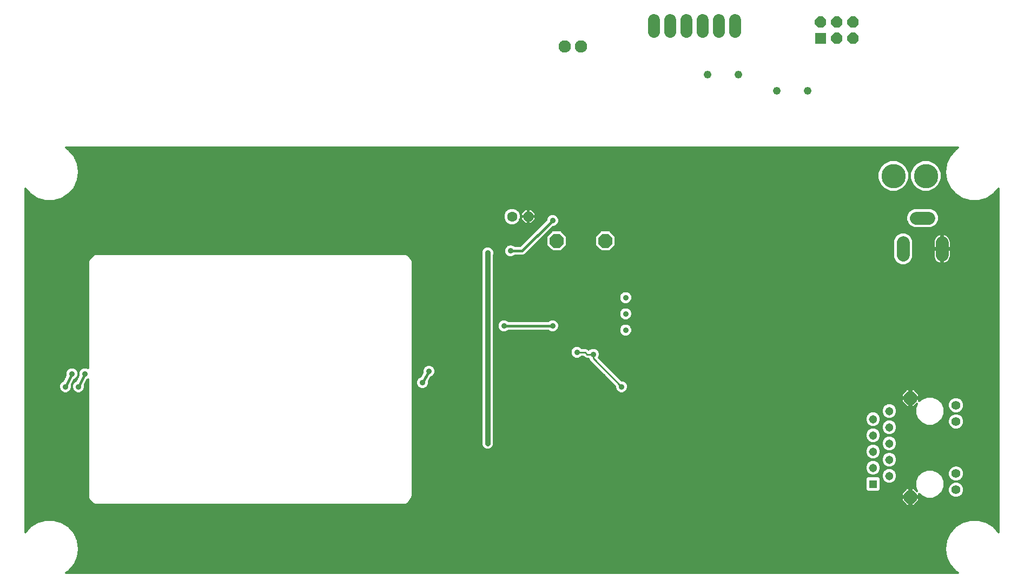
<source format=gbl>
G75*
G70*
%OFA0B0*%
%FSLAX24Y24*%
%IPPOS*%
%LPD*%
%AMOC8*
5,1,8,0,0,1.08239X$1,22.5*
%
%ADD10OC8,0.0630*%
%ADD11C,0.0630*%
%ADD12C,0.1500*%
%ADD13OC8,0.0850*%
%ADD14C,0.0787*%
%ADD15R,0.0514X0.0514*%
%ADD16C,0.0514*%
%ADD17C,0.0560*%
%ADD18OC8,0.0802*%
%ADD19C,0.0480*%
%ADD20R,0.0700X0.0700*%
%ADD21OC8,0.0700*%
%ADD22C,0.0740*%
%ADD23C,0.0760*%
%ADD24C,0.0357*%
%ADD25C,0.0120*%
%ADD26C,0.0160*%
%ADD27C,0.0100*%
%ADD28C,0.0320*%
D10*
X031910Y022660D03*
D11*
X030910Y022660D03*
D12*
X054410Y025160D03*
X056410Y025160D03*
D13*
X036660Y021160D03*
X033660Y021160D03*
D14*
X055010Y021054D02*
X055010Y020266D01*
X057410Y020266D02*
X057410Y021054D01*
X056604Y022560D02*
X055816Y022560D01*
D15*
X053160Y006160D03*
D16*
X053160Y007160D03*
X054160Y007660D03*
X054160Y008660D03*
X053160Y009160D03*
X054160Y009660D03*
X053160Y010160D03*
X054160Y010660D03*
X053160Y008160D03*
X054160Y006660D03*
D17*
X058266Y006802D03*
X058266Y005802D03*
X058266Y010018D03*
X058266Y011018D03*
D18*
X055459Y011459D03*
X055459Y005361D03*
D19*
X049110Y030410D03*
X047210Y030410D03*
X044860Y031410D03*
X042960Y031410D03*
D20*
X049910Y033660D03*
D21*
X049910Y034660D03*
X050910Y034660D03*
X051910Y034660D03*
X051910Y033660D03*
X050910Y033660D03*
D22*
X044660Y034040D02*
X044660Y034780D01*
X043660Y034780D02*
X043660Y034040D01*
X042660Y034040D02*
X042660Y034780D01*
X041660Y034780D02*
X041660Y034040D01*
X040660Y034040D02*
X040660Y034780D01*
X039660Y034780D02*
X039660Y034040D01*
D23*
X035160Y033160D03*
X034160Y033160D03*
D24*
X033410Y022410D03*
X030816Y020535D03*
X029410Y020410D03*
X030410Y015910D03*
X033410Y015910D03*
X034910Y014285D03*
X035910Y014160D03*
X037910Y015660D03*
X037910Y016660D03*
X037910Y017660D03*
X037660Y012160D03*
X026532Y012641D03*
X025788Y013110D03*
X025388Y012410D03*
X024988Y013660D03*
X004588Y012960D03*
X003788Y012960D03*
X004188Y012160D03*
X003388Y012160D03*
D25*
X003602Y000785D02*
X003424Y000670D01*
X058396Y000670D01*
X058218Y000785D01*
X058218Y000785D01*
X057879Y001176D01*
X057879Y001176D01*
X057664Y001647D01*
X057664Y001647D01*
X057590Y002160D01*
X057590Y002160D01*
X057664Y002673D01*
X004156Y002673D01*
X003941Y003144D01*
X003602Y003535D01*
X003166Y003816D01*
X002669Y003961D01*
X002151Y003961D01*
X001654Y003816D01*
X001218Y003535D01*
X000920Y003191D01*
X000920Y024379D01*
X001218Y024035D01*
X001654Y023754D01*
X002151Y023609D01*
X002669Y023609D01*
X003166Y023754D01*
X003602Y024035D01*
X003941Y024426D01*
X004156Y024897D01*
X004156Y024897D01*
X004230Y025410D01*
X004156Y025923D01*
X003941Y026394D01*
X003602Y026785D01*
X003424Y026900D01*
X058396Y026900D01*
X058218Y026785D01*
X057879Y026394D01*
X057879Y026394D01*
X057664Y025923D01*
X057590Y025410D01*
X057590Y025410D01*
X057664Y024897D01*
X057879Y024426D01*
X058218Y024035D01*
X058654Y023754D01*
X059151Y023609D01*
X059669Y023609D01*
X060166Y023754D01*
X060602Y024035D01*
X060900Y024379D01*
X060900Y003191D01*
X060602Y003535D01*
X060166Y003816D01*
X059669Y003961D01*
X059151Y003961D01*
X058654Y003816D01*
X058218Y003535D01*
X057879Y003144D01*
X057879Y003144D01*
X057664Y002673D01*
X057664Y002673D01*
X057647Y002554D02*
X004173Y002554D01*
X004190Y002436D02*
X057630Y002436D01*
X057613Y002317D02*
X004207Y002317D01*
X004224Y002199D02*
X057596Y002199D01*
X057601Y002080D02*
X004219Y002080D01*
X004230Y002160D02*
X004156Y002673D01*
X004156Y002673D01*
X004102Y002791D02*
X057718Y002791D01*
X057772Y002910D02*
X004048Y002910D01*
X003994Y003029D02*
X057826Y003029D01*
X057882Y003147D02*
X003938Y003147D01*
X003941Y003144D02*
X003941Y003144D01*
X003836Y003266D02*
X057984Y003266D01*
X058087Y003384D02*
X003733Y003384D01*
X003630Y003503D02*
X058190Y003503D01*
X058218Y003535D02*
X058218Y003535D01*
X058218Y003535D01*
X058351Y003621D02*
X003469Y003621D01*
X003602Y003535D02*
X003602Y003535D01*
X003284Y003740D02*
X058536Y003740D01*
X058799Y003858D02*
X003021Y003858D01*
X003166Y003816D02*
X003166Y003816D01*
X001799Y003858D02*
X000920Y003858D01*
X000920Y003740D02*
X001536Y003740D01*
X001654Y003816D02*
X001654Y003816D01*
X001351Y003621D02*
X000920Y003621D01*
X000920Y003503D02*
X001190Y003503D01*
X001218Y003535D02*
X001218Y003535D01*
X001218Y003535D01*
X001087Y003384D02*
X000920Y003384D01*
X000920Y003266D02*
X000984Y003266D01*
X000920Y003977D02*
X060900Y003977D01*
X060900Y004095D02*
X000920Y004095D01*
X000920Y004214D02*
X060900Y004214D01*
X060900Y004332D02*
X000920Y004332D01*
X000920Y004451D02*
X060900Y004451D01*
X060900Y004569D02*
X000920Y004569D01*
X000920Y004688D02*
X060900Y004688D01*
X060900Y004806D02*
X000920Y004806D01*
X000920Y004925D02*
X005113Y004925D01*
X005124Y004914D02*
X004924Y005114D01*
X004842Y005196D01*
X004798Y005302D01*
X004798Y012615D01*
X004739Y012591D01*
X004576Y012265D01*
X004587Y012239D01*
X004587Y012081D01*
X004526Y011934D01*
X004414Y011822D01*
X004267Y011761D01*
X004109Y011761D01*
X003962Y011822D01*
X003850Y011934D01*
X003789Y012081D01*
X003789Y012239D01*
X003850Y012386D01*
X003962Y012498D01*
X004037Y012529D01*
X004200Y012855D01*
X004189Y012881D01*
X004189Y013039D01*
X004250Y013186D01*
X004362Y013298D01*
X004509Y013359D01*
X004667Y013359D01*
X004798Y013305D01*
X004798Y019918D01*
X004842Y020024D01*
X004924Y020106D01*
X004924Y020106D01*
X005042Y020224D01*
X005042Y020224D01*
X005124Y020306D01*
X005230Y020350D01*
X024346Y020350D01*
X024452Y020306D01*
X024652Y020106D01*
X024652Y020106D01*
X024734Y020024D01*
X024778Y019918D01*
X024778Y005489D01*
X024784Y005460D01*
X024778Y005432D01*
X024778Y005402D01*
X024767Y005376D01*
X024761Y005347D01*
X024745Y005323D01*
X024734Y005296D01*
X024713Y005275D01*
X024545Y005023D01*
X024534Y004996D01*
X024513Y004975D01*
X024497Y004951D01*
X024473Y004935D01*
X024452Y004914D01*
X024425Y004903D01*
X024401Y004887D01*
X024373Y004881D01*
X024346Y004870D01*
X024317Y004870D01*
X024288Y004864D01*
X024260Y004870D01*
X005230Y004870D01*
X005124Y004914D01*
X004995Y005043D02*
X000920Y005043D01*
X000920Y005162D02*
X004876Y005162D01*
X004807Y005280D02*
X000920Y005280D01*
X000920Y005399D02*
X004798Y005399D01*
X004798Y005517D02*
X000920Y005517D01*
X000920Y005636D02*
X004798Y005636D01*
X004798Y005754D02*
X000920Y005754D01*
X000920Y005873D02*
X004798Y005873D01*
X004798Y005991D02*
X000920Y005991D01*
X000920Y006110D02*
X004798Y006110D01*
X004798Y006228D02*
X000920Y006228D01*
X000920Y006347D02*
X004798Y006347D01*
X004798Y006465D02*
X000920Y006465D01*
X000920Y006584D02*
X004798Y006584D01*
X004798Y006702D02*
X000920Y006702D01*
X000920Y006821D02*
X004798Y006821D01*
X004798Y006939D02*
X000920Y006939D01*
X000920Y007058D02*
X004798Y007058D01*
X004798Y007176D02*
X000920Y007176D01*
X000920Y007295D02*
X004798Y007295D01*
X004798Y007413D02*
X000920Y007413D01*
X000920Y007532D02*
X004798Y007532D01*
X004798Y007650D02*
X000920Y007650D01*
X000920Y007769D02*
X004798Y007769D01*
X004798Y007887D02*
X000920Y007887D01*
X000920Y008006D02*
X004798Y008006D01*
X004798Y008124D02*
X000920Y008124D01*
X000920Y008243D02*
X004798Y008243D01*
X004798Y008361D02*
X000920Y008361D01*
X000920Y008480D02*
X004798Y008480D01*
X004798Y008598D02*
X000920Y008598D01*
X000920Y008717D02*
X004798Y008717D01*
X004798Y008835D02*
X000920Y008835D01*
X000920Y008954D02*
X004798Y008954D01*
X004798Y009072D02*
X000920Y009072D01*
X000920Y009191D02*
X004798Y009191D01*
X004798Y009309D02*
X000920Y009309D01*
X000920Y009428D02*
X004798Y009428D01*
X004798Y009546D02*
X000920Y009546D01*
X000920Y009665D02*
X004798Y009665D01*
X004798Y009783D02*
X000920Y009783D01*
X000920Y009902D02*
X004798Y009902D01*
X004798Y010020D02*
X000920Y010020D01*
X000920Y010139D02*
X004798Y010139D01*
X004798Y010257D02*
X000920Y010257D01*
X000920Y010376D02*
X004798Y010376D01*
X004798Y010494D02*
X000920Y010494D01*
X000920Y010613D02*
X004798Y010613D01*
X004798Y010731D02*
X000920Y010731D01*
X000920Y010850D02*
X004798Y010850D01*
X004798Y010968D02*
X000920Y010968D01*
X000920Y011087D02*
X004798Y011087D01*
X004798Y011205D02*
X000920Y011205D01*
X000920Y011324D02*
X004798Y011324D01*
X004798Y011442D02*
X000920Y011442D01*
X000920Y011561D02*
X004798Y011561D01*
X004798Y011679D02*
X000920Y011679D01*
X000920Y011798D02*
X003221Y011798D01*
X003162Y011822D02*
X003309Y011761D01*
X003467Y011761D01*
X003614Y011822D01*
X003726Y011934D01*
X003787Y012081D01*
X003787Y012239D01*
X003776Y012265D01*
X003939Y012591D01*
X004014Y012622D01*
X004126Y012734D01*
X004187Y012881D01*
X004187Y013039D01*
X004126Y013186D01*
X004014Y013298D01*
X003867Y013359D01*
X003709Y013359D01*
X003562Y013298D01*
X003450Y013186D01*
X003389Y013039D01*
X003389Y012881D01*
X003400Y012855D01*
X003237Y012529D01*
X003162Y012498D01*
X003050Y012386D01*
X002989Y012239D01*
X002989Y012081D01*
X003050Y011934D01*
X003162Y011822D01*
X003068Y011916D02*
X000920Y011916D01*
X000920Y012035D02*
X003008Y012035D01*
X002989Y012153D02*
X000920Y012153D01*
X000920Y012272D02*
X003003Y012272D01*
X003054Y012390D02*
X000920Y012390D01*
X000920Y012509D02*
X003187Y012509D01*
X003286Y012627D02*
X000920Y012627D01*
X000920Y012746D02*
X003345Y012746D01*
X003396Y012864D02*
X000920Y012864D01*
X000920Y012983D02*
X003389Y012983D01*
X003415Y013101D02*
X000920Y013101D01*
X000920Y013220D02*
X003484Y013220D01*
X003659Y013338D02*
X000920Y013338D01*
X000920Y013457D02*
X004798Y013457D01*
X004798Y013575D02*
X000920Y013575D01*
X000920Y013694D02*
X004798Y013694D01*
X004798Y013812D02*
X000920Y013812D01*
X000920Y013931D02*
X004798Y013931D01*
X004798Y014049D02*
X000920Y014049D01*
X000920Y014168D02*
X004798Y014168D01*
X004798Y014286D02*
X000920Y014286D01*
X000920Y014405D02*
X004798Y014405D01*
X004798Y014523D02*
X000920Y014523D01*
X000920Y014642D02*
X004798Y014642D01*
X004798Y014760D02*
X000920Y014760D01*
X000920Y014879D02*
X004798Y014879D01*
X004798Y014997D02*
X000920Y014997D01*
X000920Y015116D02*
X004798Y015116D01*
X004798Y015234D02*
X000920Y015234D01*
X000920Y015353D02*
X004798Y015353D01*
X004798Y015471D02*
X000920Y015471D01*
X000920Y015590D02*
X004798Y015590D01*
X004798Y015708D02*
X000920Y015708D01*
X000920Y015827D02*
X004798Y015827D01*
X004798Y015945D02*
X000920Y015945D01*
X000920Y016064D02*
X004798Y016064D01*
X004798Y016182D02*
X000920Y016182D01*
X000920Y016301D02*
X004798Y016301D01*
X004798Y016419D02*
X000920Y016419D01*
X000920Y016538D02*
X004798Y016538D01*
X004798Y016656D02*
X000920Y016656D01*
X000920Y016775D02*
X004798Y016775D01*
X004798Y016893D02*
X000920Y016893D01*
X000920Y017012D02*
X004798Y017012D01*
X004798Y017130D02*
X000920Y017130D01*
X000920Y017249D02*
X004798Y017249D01*
X004798Y017367D02*
X000920Y017367D01*
X000920Y017486D02*
X004798Y017486D01*
X004798Y017604D02*
X000920Y017604D01*
X000920Y017723D02*
X004798Y017723D01*
X004798Y017841D02*
X000920Y017841D01*
X000920Y017960D02*
X004798Y017960D01*
X004798Y018078D02*
X000920Y018078D01*
X000920Y018197D02*
X004798Y018197D01*
X004798Y018315D02*
X000920Y018315D01*
X000920Y018434D02*
X004798Y018434D01*
X004798Y018552D02*
X000920Y018552D01*
X000920Y018671D02*
X004798Y018671D01*
X004798Y018789D02*
X000920Y018789D01*
X000920Y018908D02*
X004798Y018908D01*
X004798Y019026D02*
X000920Y019026D01*
X000920Y019145D02*
X004798Y019145D01*
X004798Y019263D02*
X000920Y019263D01*
X000920Y019382D02*
X004798Y019382D01*
X004798Y019500D02*
X000920Y019500D01*
X000920Y019619D02*
X004798Y019619D01*
X004798Y019737D02*
X000920Y019737D01*
X000920Y019856D02*
X004798Y019856D01*
X004821Y019974D02*
X000920Y019974D01*
X000920Y020093D02*
X004910Y020093D01*
X005029Y020211D02*
X000920Y020211D01*
X000920Y020330D02*
X005181Y020330D01*
X000920Y020448D02*
X029011Y020448D01*
X029011Y020489D02*
X029011Y020331D01*
X029030Y020285D01*
X029030Y008584D01*
X029088Y008445D01*
X029195Y008338D01*
X029334Y008280D01*
X029486Y008280D01*
X029625Y008338D01*
X029732Y008445D01*
X029790Y008584D01*
X029790Y020285D01*
X029809Y020331D01*
X029809Y020489D01*
X029748Y020636D01*
X029636Y020748D01*
X029489Y020809D01*
X029331Y020809D01*
X029184Y020748D01*
X029072Y020636D01*
X029011Y020489D01*
X029043Y020567D02*
X000920Y020567D01*
X000920Y020685D02*
X029121Y020685D01*
X029318Y020804D02*
X000920Y020804D01*
X000920Y020922D02*
X030709Y020922D01*
X030737Y020934D02*
X030590Y020873D01*
X030478Y020761D01*
X030418Y020614D01*
X030418Y020456D01*
X030478Y020309D01*
X030590Y020197D01*
X030737Y020136D01*
X030896Y020136D01*
X031042Y020197D01*
X031080Y020235D01*
X031595Y020235D01*
X031705Y020281D01*
X033436Y022011D01*
X033489Y022011D01*
X033636Y022072D01*
X033748Y022184D01*
X033809Y022331D01*
X033809Y022489D01*
X033748Y022636D01*
X033636Y022748D01*
X033489Y022809D01*
X033331Y022809D01*
X033184Y022748D01*
X033072Y022636D01*
X033011Y022489D01*
X033011Y022436D01*
X031411Y020835D01*
X031080Y020835D01*
X031042Y020873D01*
X030896Y020934D01*
X030737Y020934D01*
X030924Y020922D02*
X031498Y020922D01*
X031616Y021041D02*
X000920Y021041D01*
X000920Y021159D02*
X031735Y021159D01*
X031853Y021278D02*
X000920Y021278D01*
X000920Y021396D02*
X031972Y021396D01*
X032090Y021515D02*
X000920Y021515D01*
X000920Y021633D02*
X032209Y021633D01*
X032327Y021752D02*
X000920Y021752D01*
X000920Y021870D02*
X032446Y021870D01*
X032564Y021989D02*
X000920Y021989D01*
X000920Y022107D02*
X032683Y022107D01*
X032801Y022226D02*
X032119Y022226D01*
X032098Y022205D02*
X032365Y022472D01*
X032365Y022640D01*
X031930Y022640D01*
X031930Y022680D01*
X032365Y022680D01*
X032365Y022848D01*
X032098Y023115D01*
X031930Y023115D01*
X031930Y022680D01*
X031890Y022680D01*
X031890Y023115D01*
X031722Y023115D01*
X031455Y022848D01*
X031455Y022680D01*
X031890Y022680D01*
X031890Y022640D01*
X031930Y022640D01*
X031930Y022205D01*
X032098Y022205D01*
X031930Y022226D02*
X031890Y022226D01*
X031890Y022205D02*
X031890Y022640D01*
X031455Y022640D01*
X031455Y022472D01*
X031722Y022205D01*
X031890Y022205D01*
X031890Y022344D02*
X031930Y022344D01*
X031930Y022463D02*
X031890Y022463D01*
X031890Y022581D02*
X031930Y022581D01*
X031930Y022700D02*
X031890Y022700D01*
X031890Y022818D02*
X031930Y022818D01*
X031930Y022937D02*
X031890Y022937D01*
X031890Y023055D02*
X031930Y023055D01*
X032158Y023055D02*
X055443Y023055D01*
X055469Y023080D02*
X055296Y022908D01*
X055203Y022682D01*
X055203Y022438D01*
X055296Y022212D01*
X055469Y022040D01*
X055694Y021946D01*
X056726Y021946D01*
X056951Y022040D01*
X057124Y022212D01*
X057217Y022438D01*
X057217Y022682D01*
X057124Y022908D01*
X056951Y023080D01*
X056726Y023174D01*
X055694Y023174D01*
X055469Y023080D01*
X055325Y022937D02*
X032277Y022937D01*
X032365Y022818D02*
X055259Y022818D01*
X055210Y022700D02*
X033684Y022700D01*
X033771Y022581D02*
X055203Y022581D01*
X055203Y022463D02*
X033809Y022463D01*
X033809Y022344D02*
X055241Y022344D01*
X055291Y022226D02*
X033765Y022226D01*
X033671Y022107D02*
X055401Y022107D01*
X055592Y021989D02*
X033413Y021989D01*
X033294Y021870D02*
X060900Y021870D01*
X060900Y021752D02*
X036981Y021752D01*
X036927Y021805D02*
X037305Y021427D01*
X037305Y020893D01*
X036927Y020515D01*
X036393Y020515D01*
X036015Y020893D01*
X036015Y021427D01*
X036393Y021805D01*
X036927Y021805D01*
X037099Y021633D02*
X054805Y021633D01*
X054888Y021667D02*
X054662Y021574D01*
X054490Y021401D01*
X054396Y021176D01*
X054396Y020144D01*
X054490Y019919D01*
X054662Y019746D01*
X054888Y019653D01*
X055132Y019653D01*
X055358Y019746D01*
X055530Y019919D01*
X055624Y020144D01*
X055624Y021176D01*
X055530Y021401D01*
X055358Y021574D01*
X055132Y021667D01*
X054888Y021667D01*
X054603Y021515D02*
X037218Y021515D01*
X037305Y021396D02*
X054488Y021396D01*
X054438Y021278D02*
X037305Y021278D01*
X037305Y021159D02*
X054396Y021159D01*
X054396Y021041D02*
X037305Y021041D01*
X037305Y020922D02*
X054396Y020922D01*
X054396Y020804D02*
X037216Y020804D01*
X037097Y020685D02*
X054396Y020685D01*
X054396Y020567D02*
X036979Y020567D01*
X036341Y020567D02*
X033979Y020567D01*
X033927Y020515D02*
X034305Y020893D01*
X034305Y021427D01*
X033927Y021805D01*
X033393Y021805D01*
X033015Y021427D01*
X033015Y020893D01*
X033393Y020515D01*
X033927Y020515D01*
X034097Y020685D02*
X036223Y020685D01*
X036104Y020804D02*
X034216Y020804D01*
X034305Y020922D02*
X036015Y020922D01*
X036015Y021041D02*
X034305Y021041D01*
X034305Y021159D02*
X036015Y021159D01*
X036015Y021278D02*
X034305Y021278D01*
X034305Y021396D02*
X036015Y021396D01*
X036102Y021515D02*
X034218Y021515D01*
X034099Y021633D02*
X036221Y021633D01*
X036339Y021752D02*
X033981Y021752D01*
X033339Y021752D02*
X033176Y021752D01*
X033221Y021633D02*
X033057Y021633D01*
X033102Y021515D02*
X032939Y021515D01*
X033015Y021396D02*
X032820Y021396D01*
X032702Y021278D02*
X033015Y021278D01*
X033015Y021159D02*
X032583Y021159D01*
X032465Y021041D02*
X033015Y021041D01*
X033015Y020922D02*
X032346Y020922D01*
X032228Y020804D02*
X033104Y020804D01*
X033223Y020685D02*
X032109Y020685D01*
X031991Y020567D02*
X033341Y020567D01*
X031872Y020448D02*
X054396Y020448D01*
X054396Y020330D02*
X031754Y020330D01*
X031056Y020211D02*
X054396Y020211D01*
X054418Y020093D02*
X029790Y020093D01*
X029790Y020211D02*
X030576Y020211D01*
X030470Y020330D02*
X029808Y020330D01*
X029809Y020448D02*
X030421Y020448D01*
X030418Y020567D02*
X029777Y020567D01*
X029699Y020685D02*
X030447Y020685D01*
X030521Y020804D02*
X029502Y020804D01*
X029012Y020330D02*
X024395Y020330D01*
X024547Y020211D02*
X029030Y020211D01*
X029030Y020093D02*
X024666Y020093D01*
X024755Y019974D02*
X029030Y019974D01*
X029030Y019856D02*
X024778Y019856D01*
X024778Y019737D02*
X029030Y019737D01*
X029030Y019619D02*
X024778Y019619D01*
X024778Y019500D02*
X029030Y019500D01*
X029030Y019382D02*
X024778Y019382D01*
X024778Y019263D02*
X029030Y019263D01*
X029030Y019145D02*
X024778Y019145D01*
X024778Y019026D02*
X029030Y019026D01*
X029030Y018908D02*
X024778Y018908D01*
X024778Y018789D02*
X029030Y018789D01*
X029030Y018671D02*
X024778Y018671D01*
X024778Y018552D02*
X029030Y018552D01*
X029030Y018434D02*
X024778Y018434D01*
X024778Y018315D02*
X029030Y018315D01*
X029030Y018197D02*
X024778Y018197D01*
X024778Y018078D02*
X029030Y018078D01*
X029030Y017960D02*
X024778Y017960D01*
X024778Y017841D02*
X029030Y017841D01*
X029030Y017723D02*
X024778Y017723D01*
X024778Y017604D02*
X029030Y017604D01*
X029030Y017486D02*
X024778Y017486D01*
X024778Y017367D02*
X029030Y017367D01*
X029030Y017249D02*
X024778Y017249D01*
X024778Y017130D02*
X029030Y017130D01*
X029030Y017012D02*
X024778Y017012D01*
X024778Y016893D02*
X029030Y016893D01*
X029030Y016775D02*
X024778Y016775D01*
X024778Y016656D02*
X029030Y016656D01*
X029030Y016538D02*
X024778Y016538D01*
X024778Y016419D02*
X029030Y016419D01*
X029030Y016301D02*
X024778Y016301D01*
X024778Y016182D02*
X029030Y016182D01*
X029030Y016064D02*
X024778Y016064D01*
X024778Y015945D02*
X029030Y015945D01*
X029030Y015827D02*
X024778Y015827D01*
X024778Y015708D02*
X029030Y015708D01*
X029030Y015590D02*
X024778Y015590D01*
X024778Y015471D02*
X029030Y015471D01*
X029030Y015353D02*
X024778Y015353D01*
X024778Y015234D02*
X029030Y015234D01*
X029030Y015116D02*
X024778Y015116D01*
X024778Y014997D02*
X029030Y014997D01*
X029030Y014879D02*
X024778Y014879D01*
X024778Y014760D02*
X029030Y014760D01*
X029030Y014642D02*
X024778Y014642D01*
X024778Y014523D02*
X029030Y014523D01*
X029030Y014405D02*
X024778Y014405D01*
X024778Y014286D02*
X029030Y014286D01*
X029030Y014168D02*
X024778Y014168D01*
X024778Y014049D02*
X029030Y014049D01*
X029030Y013931D02*
X024778Y013931D01*
X024778Y013812D02*
X029030Y013812D01*
X029030Y013694D02*
X024778Y013694D01*
X024778Y013575D02*
X029030Y013575D01*
X029030Y013457D02*
X025993Y013457D01*
X026014Y013448D02*
X025867Y013509D01*
X025709Y013509D01*
X025562Y013448D01*
X025450Y013336D01*
X025389Y013189D01*
X025389Y013031D01*
X025393Y013023D01*
X025258Y012788D01*
X025162Y012748D01*
X025050Y012636D01*
X024989Y012489D01*
X024989Y012331D01*
X025050Y012184D01*
X025162Y012072D01*
X025309Y012011D01*
X025467Y012011D01*
X025614Y012072D01*
X025726Y012184D01*
X025787Y012331D01*
X025787Y012489D01*
X025783Y012497D01*
X025918Y012732D01*
X026014Y012772D01*
X026126Y012884D01*
X026187Y013031D01*
X026187Y013189D01*
X026126Y013336D01*
X026014Y013448D01*
X026124Y013338D02*
X029030Y013338D01*
X029030Y013220D02*
X026174Y013220D01*
X026187Y013101D02*
X029030Y013101D01*
X029030Y012983D02*
X026167Y012983D01*
X026106Y012864D02*
X029030Y012864D01*
X029030Y012746D02*
X025950Y012746D01*
X025857Y012627D02*
X029030Y012627D01*
X029030Y012509D02*
X025790Y012509D01*
X025787Y012390D02*
X029030Y012390D01*
X029030Y012272D02*
X025762Y012272D01*
X025695Y012153D02*
X029030Y012153D01*
X029030Y012035D02*
X025523Y012035D01*
X025252Y012035D02*
X024778Y012035D01*
X024778Y012153D02*
X025081Y012153D01*
X025014Y012272D02*
X024778Y012272D01*
X024778Y012390D02*
X024989Y012390D01*
X024997Y012509D02*
X024778Y012509D01*
X024778Y012627D02*
X025046Y012627D01*
X025160Y012746D02*
X024778Y012746D01*
X024778Y012864D02*
X025302Y012864D01*
X025370Y012983D02*
X024778Y012983D01*
X024778Y013101D02*
X025389Y013101D01*
X025402Y013220D02*
X024778Y013220D01*
X024778Y013338D02*
X025452Y013338D01*
X025583Y013457D02*
X024778Y013457D01*
X024778Y011916D02*
X029030Y011916D01*
X029030Y011798D02*
X024778Y011798D01*
X024778Y011679D02*
X029030Y011679D01*
X029030Y011561D02*
X024778Y011561D01*
X024778Y011442D02*
X029030Y011442D01*
X029030Y011324D02*
X024778Y011324D01*
X024778Y011205D02*
X029030Y011205D01*
X029030Y011087D02*
X024778Y011087D01*
X024778Y010968D02*
X029030Y010968D01*
X029030Y010850D02*
X024778Y010850D01*
X024778Y010731D02*
X029030Y010731D01*
X029030Y010613D02*
X024778Y010613D01*
X024778Y010494D02*
X029030Y010494D01*
X029030Y010376D02*
X024778Y010376D01*
X024778Y010257D02*
X029030Y010257D01*
X029030Y010139D02*
X024778Y010139D01*
X024778Y010020D02*
X029030Y010020D01*
X029030Y009902D02*
X024778Y009902D01*
X024778Y009783D02*
X029030Y009783D01*
X029030Y009665D02*
X024778Y009665D01*
X024778Y009546D02*
X029030Y009546D01*
X029030Y009428D02*
X024778Y009428D01*
X024778Y009309D02*
X029030Y009309D01*
X029030Y009191D02*
X024778Y009191D01*
X024778Y009072D02*
X029030Y009072D01*
X029030Y008954D02*
X024778Y008954D01*
X024778Y008835D02*
X029030Y008835D01*
X029030Y008717D02*
X024778Y008717D01*
X024778Y008598D02*
X029030Y008598D01*
X029073Y008480D02*
X024778Y008480D01*
X024778Y008361D02*
X029172Y008361D01*
X029648Y008361D02*
X052727Y008361D01*
X052755Y008430D02*
X052683Y008255D01*
X052683Y008065D01*
X052755Y007890D01*
X052890Y007755D01*
X053065Y007683D01*
X053255Y007683D01*
X053430Y007755D01*
X053565Y007890D01*
X053637Y008065D01*
X053637Y008255D01*
X053565Y008430D01*
X053430Y008565D01*
X053255Y008637D01*
X053065Y008637D01*
X052890Y008565D01*
X052755Y008430D01*
X052805Y008480D02*
X029747Y008480D01*
X029790Y008598D02*
X052971Y008598D01*
X052984Y008717D02*
X029790Y008717D01*
X029790Y008835D02*
X052810Y008835D01*
X052755Y008890D02*
X052890Y008755D01*
X053065Y008683D01*
X053255Y008683D01*
X053430Y008755D01*
X053565Y008890D01*
X053637Y009065D01*
X053637Y009255D01*
X053565Y009430D01*
X053430Y009565D01*
X053255Y009637D01*
X053065Y009637D01*
X052890Y009565D01*
X052755Y009430D01*
X052683Y009255D01*
X052683Y009065D01*
X052755Y008890D01*
X052729Y008954D02*
X029790Y008954D01*
X029790Y009072D02*
X052683Y009072D01*
X052683Y009191D02*
X029790Y009191D01*
X029790Y009309D02*
X052705Y009309D01*
X052754Y009428D02*
X029790Y009428D01*
X029790Y009546D02*
X052871Y009546D01*
X052890Y009755D02*
X053065Y009683D01*
X053255Y009683D01*
X053430Y009755D01*
X053565Y009890D01*
X053637Y010065D01*
X053637Y010255D01*
X053565Y010430D01*
X053430Y010565D01*
X053255Y010637D01*
X053065Y010637D01*
X052890Y010565D01*
X052755Y010430D01*
X052683Y010255D01*
X052683Y010065D01*
X052755Y009890D01*
X052890Y009755D01*
X052862Y009783D02*
X029790Y009783D01*
X029790Y009665D02*
X053683Y009665D01*
X053683Y009755D02*
X053683Y009565D01*
X053755Y009390D01*
X053890Y009255D01*
X054065Y009183D01*
X054255Y009183D01*
X054430Y009255D01*
X054565Y009390D01*
X054637Y009565D01*
X054637Y009755D01*
X054565Y009930D01*
X054430Y010065D01*
X054255Y010137D01*
X054065Y010137D01*
X053890Y010065D01*
X053755Y009930D01*
X053683Y009755D01*
X053694Y009783D02*
X053458Y009783D01*
X053569Y009902D02*
X053744Y009902D01*
X053845Y010020D02*
X053618Y010020D01*
X053637Y010139D02*
X055909Y010139D01*
X055897Y010150D02*
X056150Y009897D01*
X056481Y009760D01*
X056839Y009760D01*
X057170Y009897D01*
X057423Y010150D01*
X057560Y010481D01*
X057560Y010839D01*
X057423Y011170D01*
X057170Y011423D01*
X056839Y011560D01*
X056481Y011560D01*
X056150Y011423D01*
X056000Y011273D01*
X056000Y011399D01*
X055519Y011399D01*
X055519Y010918D01*
X055683Y010918D01*
X055871Y011106D01*
X055760Y010839D01*
X055760Y010481D01*
X055897Y010150D01*
X055853Y010257D02*
X054432Y010257D01*
X054430Y010255D02*
X054565Y010390D01*
X054637Y010565D01*
X054637Y010755D01*
X054565Y010930D01*
X054430Y011065D01*
X054255Y011137D01*
X054065Y011137D01*
X053890Y011065D01*
X053755Y010930D01*
X053683Y010755D01*
X053683Y010565D01*
X053755Y010390D01*
X053890Y010255D01*
X054065Y010183D01*
X054255Y010183D01*
X054430Y010255D01*
X054550Y010376D02*
X055804Y010376D01*
X055760Y010494D02*
X054608Y010494D01*
X054637Y010613D02*
X055760Y010613D01*
X055760Y010731D02*
X054637Y010731D01*
X054598Y010850D02*
X055765Y010850D01*
X055733Y010968D02*
X055814Y010968D01*
X055851Y011087D02*
X055863Y011087D01*
X056000Y011324D02*
X056051Y011324D01*
X056197Y011442D02*
X055519Y011442D01*
X055519Y011399D02*
X055519Y011519D01*
X056000Y011519D01*
X056000Y011683D01*
X055683Y012000D01*
X055519Y012000D01*
X055519Y011519D01*
X055399Y011519D01*
X055399Y011399D01*
X055519Y011399D01*
X055519Y011324D02*
X055399Y011324D01*
X055399Y011399D02*
X055399Y010918D01*
X055235Y010918D01*
X054918Y011235D01*
X054918Y011399D01*
X055399Y011399D01*
X055399Y011442D02*
X029790Y011442D01*
X029790Y011324D02*
X054918Y011324D01*
X054949Y011205D02*
X029790Y011205D01*
X029790Y011087D02*
X053943Y011087D01*
X053793Y010968D02*
X029790Y010968D01*
X029790Y010850D02*
X053722Y010850D01*
X053683Y010731D02*
X029790Y010731D01*
X029790Y010613D02*
X053006Y010613D01*
X052819Y010494D02*
X029790Y010494D01*
X029790Y010376D02*
X052733Y010376D01*
X052684Y010257D02*
X029790Y010257D01*
X029790Y010139D02*
X052683Y010139D01*
X052702Y010020D02*
X029790Y010020D01*
X029790Y009902D02*
X052751Y009902D01*
X053449Y009546D02*
X053691Y009546D01*
X053740Y009428D02*
X053566Y009428D01*
X053615Y009309D02*
X053836Y009309D01*
X053637Y009191D02*
X054047Y009191D01*
X054065Y009137D02*
X053890Y009065D01*
X053755Y008930D01*
X053683Y008755D01*
X053683Y008565D01*
X053755Y008390D01*
X053890Y008255D01*
X054065Y008183D01*
X054255Y008183D01*
X054430Y008255D01*
X054565Y008390D01*
X054637Y008565D01*
X054637Y008755D01*
X054565Y008930D01*
X054430Y009065D01*
X054255Y009137D01*
X054065Y009137D01*
X053908Y009072D02*
X053637Y009072D01*
X053591Y008954D02*
X053779Y008954D01*
X053716Y008835D02*
X053510Y008835D01*
X053683Y008717D02*
X053336Y008717D01*
X053349Y008598D02*
X053683Y008598D01*
X053718Y008480D02*
X053515Y008480D01*
X053593Y008361D02*
X053784Y008361D01*
X053921Y008243D02*
X053637Y008243D01*
X053637Y008124D02*
X054033Y008124D01*
X054065Y008137D02*
X053890Y008065D01*
X053755Y007930D01*
X053683Y007755D01*
X053683Y007565D01*
X053755Y007390D01*
X053890Y007255D01*
X054065Y007183D01*
X054255Y007183D01*
X054430Y007255D01*
X054565Y007390D01*
X054637Y007565D01*
X054637Y007755D01*
X054565Y007930D01*
X054430Y008065D01*
X054255Y008137D01*
X054065Y008137D01*
X054287Y008124D02*
X060900Y008124D01*
X060900Y008006D02*
X054489Y008006D01*
X054582Y007887D02*
X060900Y007887D01*
X060900Y007769D02*
X054632Y007769D01*
X054637Y007650D02*
X060900Y007650D01*
X060900Y007532D02*
X054623Y007532D01*
X054574Y007413D02*
X060900Y007413D01*
X060900Y007295D02*
X058383Y007295D01*
X058366Y007302D02*
X058167Y007302D01*
X057983Y007226D01*
X057842Y007085D01*
X057766Y006901D01*
X057766Y006702D01*
X057842Y006519D01*
X057983Y006378D01*
X058167Y006302D01*
X058366Y006302D01*
X058167Y006302D01*
X057983Y006226D01*
X057842Y006085D01*
X057766Y005901D01*
X057766Y005702D01*
X057842Y005519D01*
X057983Y005378D01*
X058167Y005302D01*
X058366Y005302D01*
X058550Y005378D01*
X058690Y005519D01*
X058766Y005702D01*
X058766Y005901D01*
X058690Y006085D01*
X058550Y006226D01*
X058366Y006302D01*
X058550Y006378D01*
X058690Y006519D01*
X058766Y006702D01*
X060900Y006702D01*
X060900Y006584D02*
X058717Y006584D01*
X058766Y006702D02*
X058766Y006901D01*
X058690Y007085D01*
X058550Y007226D01*
X058366Y007302D01*
X058149Y007295D02*
X054469Y007295D01*
X054430Y007065D02*
X054255Y007137D01*
X054065Y007137D01*
X053890Y007065D01*
X053755Y006930D01*
X053683Y006755D01*
X053683Y006565D01*
X053755Y006390D01*
X053890Y006255D01*
X054065Y006183D01*
X054255Y006183D01*
X054430Y006255D01*
X054565Y006390D01*
X054637Y006565D01*
X054637Y006755D01*
X054565Y006930D01*
X054430Y007065D01*
X054437Y007058D02*
X056476Y007058D01*
X056481Y007060D02*
X056150Y006923D01*
X055897Y006670D01*
X055760Y006339D01*
X055760Y005981D01*
X055871Y005714D01*
X055683Y005902D01*
X055519Y005902D01*
X055519Y005421D01*
X055399Y005421D01*
X055399Y005902D01*
X055235Y005902D01*
X054918Y005585D01*
X054918Y005421D01*
X055399Y005421D01*
X055399Y005301D01*
X054918Y005301D01*
X054918Y005137D01*
X055235Y004820D01*
X055399Y004820D01*
X055399Y005301D01*
X055519Y005301D01*
X055519Y004820D01*
X055683Y004820D01*
X056000Y005137D01*
X056000Y005301D01*
X055519Y005301D01*
X055519Y005421D01*
X056000Y005421D01*
X056000Y005547D01*
X056150Y005397D01*
X056481Y005260D01*
X056839Y005260D01*
X057170Y005397D01*
X057423Y005650D01*
X057560Y005981D01*
X057560Y006339D01*
X057423Y006670D01*
X057170Y006923D01*
X056839Y007060D01*
X056481Y007060D01*
X056189Y006939D02*
X054556Y006939D01*
X054610Y006821D02*
X056048Y006821D01*
X055930Y006702D02*
X054637Y006702D01*
X054637Y006584D02*
X055862Y006584D01*
X055812Y006465D02*
X054596Y006465D01*
X054521Y006347D02*
X055763Y006347D01*
X055760Y006228D02*
X054364Y006228D01*
X053956Y006228D02*
X053637Y006228D01*
X053637Y006110D02*
X055760Y006110D01*
X055760Y005991D02*
X053637Y005991D01*
X053637Y005873D02*
X055206Y005873D01*
X055088Y005754D02*
X053579Y005754D01*
X053637Y005812D02*
X053508Y005683D01*
X052812Y005683D01*
X052683Y005812D01*
X052683Y006508D01*
X052812Y006637D01*
X053508Y006637D01*
X053637Y006508D01*
X053637Y005812D01*
X053637Y006347D02*
X053799Y006347D01*
X053724Y006465D02*
X053637Y006465D01*
X053683Y006584D02*
X053562Y006584D01*
X053683Y006702D02*
X053301Y006702D01*
X053255Y006683D02*
X053430Y006755D01*
X053565Y006890D01*
X053637Y007065D01*
X053637Y007255D01*
X053565Y007430D01*
X053430Y007565D01*
X053255Y007637D01*
X053065Y007637D01*
X052890Y007565D01*
X052755Y007430D01*
X052683Y007255D01*
X052683Y007065D01*
X052755Y006890D01*
X052890Y006755D01*
X053065Y006683D01*
X053255Y006683D01*
X053019Y006702D02*
X024778Y006702D01*
X024778Y006584D02*
X052758Y006584D01*
X052683Y006465D02*
X024778Y006465D01*
X024778Y006347D02*
X052683Y006347D01*
X052683Y006228D02*
X024778Y006228D01*
X024778Y006110D02*
X052683Y006110D01*
X052683Y005991D02*
X024778Y005991D01*
X024778Y005873D02*
X052683Y005873D01*
X052741Y005754D02*
X024778Y005754D01*
X024778Y005636D02*
X054969Y005636D01*
X054918Y005517D02*
X024778Y005517D01*
X024776Y005399D02*
X055399Y005399D01*
X055399Y005517D02*
X055519Y005517D01*
X055519Y005399D02*
X056149Y005399D01*
X056031Y005517D02*
X056000Y005517D01*
X056000Y005280D02*
X056433Y005280D01*
X056000Y005162D02*
X060900Y005162D01*
X060900Y005280D02*
X056887Y005280D01*
X057171Y005399D02*
X057962Y005399D01*
X057844Y005517D02*
X057289Y005517D01*
X057408Y005636D02*
X057794Y005636D01*
X057766Y005754D02*
X057466Y005754D01*
X057515Y005873D02*
X057766Y005873D01*
X057804Y005991D02*
X057560Y005991D01*
X057560Y006110D02*
X057867Y006110D01*
X057989Y006228D02*
X057560Y006228D01*
X057557Y006347D02*
X058059Y006347D01*
X057896Y006465D02*
X057508Y006465D01*
X057458Y006584D02*
X057815Y006584D01*
X057766Y006702D02*
X057390Y006702D01*
X057272Y006821D02*
X057766Y006821D01*
X057782Y006939D02*
X057131Y006939D01*
X056844Y007058D02*
X057831Y007058D01*
X057933Y007176D02*
X053637Y007176D01*
X053634Y007058D02*
X053883Y007058D01*
X053764Y006939D02*
X053585Y006939D01*
X053495Y006821D02*
X053710Y006821D01*
X052825Y006821D02*
X024778Y006821D01*
X024778Y006939D02*
X052735Y006939D01*
X052686Y007058D02*
X024778Y007058D01*
X024778Y007176D02*
X052683Y007176D01*
X052699Y007295D02*
X024778Y007295D01*
X024778Y007413D02*
X052748Y007413D01*
X052857Y007532D02*
X024778Y007532D01*
X024778Y007650D02*
X053683Y007650D01*
X053688Y007769D02*
X053443Y007769D01*
X053562Y007887D02*
X053738Y007887D01*
X053831Y008006D02*
X053612Y008006D01*
X052877Y007769D02*
X024778Y007769D01*
X024778Y007887D02*
X052758Y007887D01*
X052708Y008006D02*
X024778Y008006D01*
X024778Y008124D02*
X052683Y008124D01*
X052683Y008243D02*
X024778Y008243D01*
X024718Y005280D02*
X054918Y005280D01*
X054918Y005162D02*
X024637Y005162D01*
X024558Y005043D02*
X055012Y005043D01*
X055131Y004925D02*
X024463Y004925D01*
X029790Y011561D02*
X054918Y011561D01*
X054918Y011519D02*
X055399Y011519D01*
X055399Y012000D01*
X055235Y012000D01*
X054918Y011683D01*
X054918Y011519D01*
X054918Y011679D02*
X029790Y011679D01*
X029790Y011798D02*
X037493Y011798D01*
X037434Y011822D02*
X037581Y011761D01*
X037739Y011761D01*
X037886Y011822D01*
X037998Y011934D01*
X038059Y012081D01*
X038059Y012239D01*
X037998Y012386D01*
X037886Y012498D01*
X037739Y012559D01*
X037643Y012559D01*
X036254Y013948D01*
X036309Y014081D01*
X036309Y014239D01*
X036248Y014386D01*
X036136Y014498D01*
X035989Y014559D01*
X035831Y014559D01*
X035684Y014498D01*
X035631Y014445D01*
X035563Y014514D01*
X035464Y014555D01*
X035204Y014555D01*
X035136Y014623D01*
X034989Y014684D01*
X034831Y014684D01*
X034684Y014623D01*
X034572Y014511D01*
X034511Y014364D01*
X034511Y014206D01*
X034572Y014059D01*
X034684Y013947D01*
X034831Y013886D01*
X034989Y013886D01*
X035136Y013947D01*
X035204Y014015D01*
X035298Y014015D01*
X035382Y013931D01*
X035481Y013890D01*
X035616Y013890D01*
X035640Y013866D01*
X035640Y013856D01*
X035681Y013757D01*
X037261Y012177D01*
X037261Y012081D01*
X037322Y011934D01*
X037434Y011822D01*
X037340Y011916D02*
X029790Y011916D01*
X029790Y012035D02*
X037280Y012035D01*
X037261Y012153D02*
X029790Y012153D01*
X029790Y012272D02*
X037167Y012272D01*
X037048Y012390D02*
X029790Y012390D01*
X029790Y012509D02*
X036930Y012509D01*
X036811Y012627D02*
X029790Y012627D01*
X029790Y012746D02*
X036693Y012746D01*
X036574Y012864D02*
X029790Y012864D01*
X029790Y012983D02*
X036456Y012983D01*
X036337Y013101D02*
X029790Y013101D01*
X029790Y013220D02*
X036219Y013220D01*
X036100Y013338D02*
X029790Y013338D01*
X029790Y013457D02*
X035982Y013457D01*
X035863Y013575D02*
X029790Y013575D01*
X029790Y013694D02*
X035745Y013694D01*
X035658Y013812D02*
X029790Y013812D01*
X029790Y013931D02*
X034724Y013931D01*
X034582Y014049D02*
X029790Y014049D01*
X029790Y014168D02*
X034527Y014168D01*
X034511Y014286D02*
X029790Y014286D01*
X029790Y014405D02*
X034528Y014405D01*
X034584Y014523D02*
X029790Y014523D01*
X029790Y014642D02*
X034729Y014642D01*
X035091Y014642D02*
X060900Y014642D01*
X060900Y014760D02*
X029790Y014760D01*
X029790Y014879D02*
X060900Y014879D01*
X060900Y014997D02*
X029790Y014997D01*
X029790Y015116D02*
X060900Y015116D01*
X060900Y015234D02*
X029790Y015234D01*
X029790Y015353D02*
X037654Y015353D01*
X037684Y015322D02*
X037831Y015261D01*
X037989Y015261D01*
X038136Y015322D01*
X038248Y015434D01*
X038309Y015581D01*
X038309Y015739D01*
X038248Y015886D01*
X038136Y015998D01*
X037989Y016059D01*
X037831Y016059D01*
X037684Y015998D01*
X037572Y015886D01*
X037511Y015739D01*
X037511Y015581D01*
X037572Y015434D01*
X037684Y015322D01*
X037557Y015471D02*
X029790Y015471D01*
X029790Y015590D02*
X030167Y015590D01*
X030184Y015572D02*
X030331Y015511D01*
X030489Y015511D01*
X030636Y015572D01*
X030674Y015610D01*
X033146Y015610D01*
X033184Y015572D01*
X033331Y015511D01*
X033489Y015511D01*
X033636Y015572D01*
X033748Y015684D01*
X033809Y015831D01*
X033809Y015989D01*
X033748Y016136D01*
X033636Y016248D01*
X033489Y016309D01*
X033331Y016309D01*
X033184Y016248D01*
X033146Y016210D01*
X030674Y016210D01*
X030636Y016248D01*
X030489Y016309D01*
X030331Y016309D01*
X030184Y016248D01*
X030072Y016136D01*
X030011Y015989D01*
X030011Y015831D01*
X030072Y015684D01*
X030184Y015572D01*
X030062Y015708D02*
X029790Y015708D01*
X029790Y015827D02*
X030013Y015827D01*
X030011Y015945D02*
X029790Y015945D01*
X029790Y016064D02*
X030042Y016064D01*
X030118Y016182D02*
X029790Y016182D01*
X029790Y016301D02*
X030311Y016301D01*
X030509Y016301D02*
X033311Y016301D01*
X033509Y016301D02*
X037736Y016301D01*
X037684Y016322D02*
X037831Y016261D01*
X037989Y016261D01*
X038136Y016322D01*
X038248Y016434D01*
X038309Y016581D01*
X038309Y016739D01*
X038248Y016886D01*
X038136Y016998D01*
X037989Y017059D01*
X037831Y017059D01*
X037684Y016998D01*
X037572Y016886D01*
X037511Y016739D01*
X037511Y016581D01*
X037572Y016434D01*
X037684Y016322D01*
X037587Y016419D02*
X029790Y016419D01*
X029790Y016538D02*
X037529Y016538D01*
X037511Y016656D02*
X029790Y016656D01*
X029790Y016775D02*
X037526Y016775D01*
X037579Y016893D02*
X029790Y016893D01*
X029790Y017012D02*
X037717Y017012D01*
X037831Y017261D02*
X037989Y017261D01*
X038136Y017322D01*
X038248Y017434D01*
X038309Y017581D01*
X038309Y017739D01*
X038248Y017886D01*
X038136Y017998D01*
X037989Y018059D01*
X037831Y018059D01*
X037684Y017998D01*
X037572Y017886D01*
X037511Y017739D01*
X037511Y017581D01*
X037572Y017434D01*
X037684Y017322D01*
X037831Y017261D01*
X037639Y017367D02*
X029790Y017367D01*
X029790Y017249D02*
X060900Y017249D01*
X060900Y017367D02*
X038181Y017367D01*
X038269Y017486D02*
X060900Y017486D01*
X060900Y017604D02*
X038309Y017604D01*
X038309Y017723D02*
X060900Y017723D01*
X060900Y017841D02*
X038267Y017841D01*
X038174Y017960D02*
X060900Y017960D01*
X060900Y018078D02*
X029790Y018078D01*
X029790Y017960D02*
X037646Y017960D01*
X037553Y017841D02*
X029790Y017841D01*
X029790Y017723D02*
X037511Y017723D01*
X037511Y017604D02*
X029790Y017604D01*
X029790Y017486D02*
X037551Y017486D01*
X038103Y017012D02*
X060900Y017012D01*
X060900Y017130D02*
X029790Y017130D01*
X029790Y018197D02*
X060900Y018197D01*
X060900Y018315D02*
X029790Y018315D01*
X029790Y018434D02*
X060900Y018434D01*
X060900Y018552D02*
X029790Y018552D01*
X029790Y018671D02*
X060900Y018671D01*
X060900Y018789D02*
X029790Y018789D01*
X029790Y018908D02*
X060900Y018908D01*
X060900Y019026D02*
X029790Y019026D01*
X029790Y019145D02*
X060900Y019145D01*
X060900Y019263D02*
X029790Y019263D01*
X029790Y019382D02*
X060900Y019382D01*
X060900Y019500D02*
X029790Y019500D01*
X029790Y019619D02*
X060900Y019619D01*
X060900Y019737D02*
X057480Y019737D01*
X057452Y019733D02*
X057535Y019746D01*
X057615Y019772D01*
X057690Y019810D01*
X057758Y019859D01*
X057817Y019919D01*
X057866Y019987D01*
X057905Y020061D01*
X057931Y020141D01*
X057944Y020224D01*
X057944Y020622D01*
X057448Y020622D01*
X057448Y020698D01*
X057944Y020698D01*
X057944Y021096D01*
X057931Y021179D01*
X057905Y021259D01*
X057866Y021333D01*
X057817Y021401D01*
X057758Y021461D01*
X057690Y021510D01*
X057615Y021548D01*
X057535Y021574D01*
X057452Y021587D01*
X057448Y021587D01*
X057448Y020698D01*
X057372Y020698D01*
X057372Y020622D01*
X057448Y020622D01*
X057448Y019733D01*
X057452Y019733D01*
X057448Y019737D02*
X057372Y019737D01*
X057372Y019733D02*
X057372Y020622D01*
X056876Y020622D01*
X056876Y020224D01*
X056889Y020141D01*
X056915Y020061D01*
X056954Y019987D01*
X057003Y019919D01*
X057062Y019859D01*
X057130Y019810D01*
X057205Y019772D01*
X057285Y019746D01*
X057368Y019733D01*
X057372Y019733D01*
X057340Y019737D02*
X055336Y019737D01*
X055467Y019856D02*
X057067Y019856D01*
X056963Y019974D02*
X055553Y019974D01*
X055602Y020093D02*
X056905Y020093D01*
X056878Y020211D02*
X055624Y020211D01*
X055624Y020330D02*
X056876Y020330D01*
X056876Y020448D02*
X055624Y020448D01*
X055624Y020567D02*
X056876Y020567D01*
X056876Y020698D02*
X057372Y020698D01*
X057372Y021587D01*
X057368Y021587D01*
X057285Y021574D01*
X057205Y021548D01*
X057130Y021510D01*
X057062Y021461D01*
X057003Y021401D01*
X056954Y021333D01*
X056915Y021259D01*
X056889Y021179D01*
X056876Y021096D01*
X056876Y020698D01*
X056876Y020804D02*
X055624Y020804D01*
X055624Y020922D02*
X056876Y020922D01*
X056876Y021041D02*
X055624Y021041D01*
X055624Y021159D02*
X056886Y021159D01*
X056925Y021278D02*
X055582Y021278D01*
X055532Y021396D02*
X056999Y021396D01*
X057139Y021515D02*
X055417Y021515D01*
X055215Y021633D02*
X060900Y021633D01*
X060900Y021515D02*
X057681Y021515D01*
X057821Y021396D02*
X060900Y021396D01*
X060900Y021278D02*
X057895Y021278D01*
X057934Y021159D02*
X060900Y021159D01*
X060900Y021041D02*
X057944Y021041D01*
X057944Y020922D02*
X060900Y020922D01*
X060900Y020804D02*
X057944Y020804D01*
X057944Y020567D02*
X060900Y020567D01*
X060900Y020685D02*
X057448Y020685D01*
X057372Y020685D02*
X055624Y020685D01*
X054467Y019974D02*
X029790Y019974D01*
X029790Y019856D02*
X054553Y019856D01*
X054684Y019737D02*
X029790Y019737D01*
X030804Y022125D02*
X030607Y022206D01*
X030456Y022357D01*
X030375Y022554D01*
X030375Y022766D01*
X030456Y022963D01*
X030607Y023114D01*
X030804Y023195D01*
X031016Y023195D01*
X031213Y023114D01*
X031364Y022963D01*
X031445Y022766D01*
X031445Y022554D01*
X031364Y022357D01*
X031213Y022206D01*
X031016Y022125D01*
X030804Y022125D01*
X030588Y022226D02*
X000920Y022226D01*
X000920Y022344D02*
X030469Y022344D01*
X030413Y022463D02*
X000920Y022463D01*
X000920Y022581D02*
X030375Y022581D01*
X030375Y022700D02*
X000920Y022700D01*
X000920Y022818D02*
X030396Y022818D01*
X030445Y022937D02*
X000920Y022937D01*
X000920Y023055D02*
X030548Y023055D01*
X030752Y023174D02*
X000920Y023174D01*
X000920Y023292D02*
X060900Y023292D01*
X060900Y023174D02*
X056726Y023174D01*
X056977Y023055D02*
X060900Y023055D01*
X060900Y022937D02*
X057095Y022937D01*
X057161Y022818D02*
X060900Y022818D01*
X060900Y022700D02*
X057210Y022700D01*
X057217Y022581D02*
X060900Y022581D01*
X060900Y022463D02*
X057217Y022463D01*
X057179Y022344D02*
X060900Y022344D01*
X060900Y022226D02*
X057129Y022226D01*
X057019Y022107D02*
X060900Y022107D01*
X060900Y021989D02*
X056828Y021989D01*
X057372Y021515D02*
X057448Y021515D01*
X057448Y021396D02*
X057372Y021396D01*
X057372Y021278D02*
X057448Y021278D01*
X057448Y021159D02*
X057372Y021159D01*
X057372Y021041D02*
X057448Y021041D01*
X057448Y020922D02*
X057372Y020922D01*
X057372Y020804D02*
X057448Y020804D01*
X057448Y020567D02*
X057372Y020567D01*
X057372Y020448D02*
X057448Y020448D01*
X057448Y020330D02*
X057372Y020330D01*
X057372Y020211D02*
X057448Y020211D01*
X057448Y020093D02*
X057372Y020093D01*
X057372Y019974D02*
X057448Y019974D01*
X057448Y019856D02*
X057372Y019856D01*
X057753Y019856D02*
X060900Y019856D01*
X060900Y019974D02*
X057857Y019974D01*
X057915Y020093D02*
X060900Y020093D01*
X060900Y020211D02*
X057942Y020211D01*
X057944Y020330D02*
X060900Y020330D01*
X060900Y020448D02*
X057944Y020448D01*
X055694Y023174D02*
X031068Y023174D01*
X031272Y023055D02*
X031662Y023055D01*
X031543Y022937D02*
X031375Y022937D01*
X031424Y022818D02*
X031455Y022818D01*
X031445Y022700D02*
X031455Y022700D01*
X031445Y022581D02*
X031455Y022581D01*
X031464Y022463D02*
X031407Y022463D01*
X031351Y022344D02*
X031582Y022344D01*
X031701Y022226D02*
X031232Y022226D01*
X032238Y022344D02*
X032920Y022344D01*
X033011Y022463D02*
X032356Y022463D01*
X032365Y022581D02*
X033049Y022581D01*
X033136Y022700D02*
X032365Y022700D01*
X038241Y016893D02*
X060900Y016893D01*
X060900Y016775D02*
X038294Y016775D01*
X038309Y016656D02*
X060900Y016656D01*
X060900Y016538D02*
X038291Y016538D01*
X038233Y016419D02*
X060900Y016419D01*
X060900Y016301D02*
X038084Y016301D01*
X038189Y015945D02*
X060900Y015945D01*
X060900Y015827D02*
X038273Y015827D01*
X038309Y015708D02*
X060900Y015708D01*
X060900Y015590D02*
X038309Y015590D01*
X038263Y015471D02*
X060900Y015471D01*
X060900Y015353D02*
X038166Y015353D01*
X037511Y015590D02*
X033653Y015590D01*
X033758Y015708D02*
X037511Y015708D01*
X037547Y015827D02*
X033807Y015827D01*
X033809Y015945D02*
X037631Y015945D01*
X036076Y014523D02*
X060900Y014523D01*
X060900Y014405D02*
X036229Y014405D01*
X036289Y014286D02*
X060900Y014286D01*
X060900Y014168D02*
X036309Y014168D01*
X036296Y014049D02*
X060900Y014049D01*
X060900Y013931D02*
X036271Y013931D01*
X036390Y013812D02*
X060900Y013812D01*
X060900Y013694D02*
X036508Y013694D01*
X036627Y013575D02*
X060900Y013575D01*
X060900Y013457D02*
X036745Y013457D01*
X036864Y013338D02*
X060900Y013338D01*
X060900Y013220D02*
X036982Y013220D01*
X037101Y013101D02*
X060900Y013101D01*
X060900Y012983D02*
X037219Y012983D01*
X037338Y012864D02*
X060900Y012864D01*
X060900Y012746D02*
X037456Y012746D01*
X037575Y012627D02*
X060900Y012627D01*
X060900Y012509D02*
X037861Y012509D01*
X037994Y012390D02*
X060900Y012390D01*
X060900Y012272D02*
X038045Y012272D01*
X038059Y012153D02*
X060900Y012153D01*
X060900Y012035D02*
X038040Y012035D01*
X037980Y011916D02*
X055151Y011916D01*
X055033Y011798D02*
X037827Y011798D01*
X035383Y013931D02*
X035096Y013931D01*
X035541Y014523D02*
X035744Y014523D01*
X033778Y016064D02*
X060900Y016064D01*
X060900Y016182D02*
X033702Y016182D01*
X033167Y015590D02*
X030653Y015590D01*
X053314Y010613D02*
X053683Y010613D01*
X053712Y010494D02*
X053501Y010494D01*
X053587Y010376D02*
X053770Y010376D01*
X053888Y010257D02*
X053636Y010257D01*
X054475Y010020D02*
X056028Y010020D01*
X056146Y009902D02*
X054576Y009902D01*
X054626Y009783D02*
X056426Y009783D01*
X056894Y009783D02*
X057823Y009783D01*
X057842Y009735D02*
X057766Y009919D01*
X057766Y010118D01*
X057842Y010301D01*
X057983Y010442D01*
X058167Y010518D01*
X058366Y010518D01*
X058550Y010442D01*
X058690Y010301D01*
X058766Y010118D01*
X058766Y009919D01*
X058690Y009735D01*
X058550Y009594D01*
X058366Y009518D01*
X058167Y009518D01*
X057983Y009594D01*
X057842Y009735D01*
X057913Y009665D02*
X054637Y009665D01*
X054629Y009546D02*
X058100Y009546D01*
X058433Y009546D02*
X060900Y009546D01*
X060900Y009428D02*
X054580Y009428D01*
X054484Y009309D02*
X060900Y009309D01*
X060900Y009191D02*
X054273Y009191D01*
X054412Y009072D02*
X060900Y009072D01*
X060900Y008954D02*
X054541Y008954D01*
X054604Y008835D02*
X060900Y008835D01*
X060900Y008717D02*
X054637Y008717D01*
X054637Y008598D02*
X060900Y008598D01*
X060900Y008480D02*
X054602Y008480D01*
X054536Y008361D02*
X060900Y008361D01*
X060900Y008243D02*
X054399Y008243D01*
X053697Y007532D02*
X053463Y007532D01*
X053572Y007413D02*
X053746Y007413D01*
X053851Y007295D02*
X053621Y007295D01*
X055399Y005873D02*
X055519Y005873D01*
X055519Y005754D02*
X055399Y005754D01*
X055399Y005636D02*
X055519Y005636D01*
X055712Y005873D02*
X055805Y005873D01*
X055831Y005754D02*
X055854Y005754D01*
X055519Y005280D02*
X055399Y005280D01*
X055399Y005162D02*
X055519Y005162D01*
X055519Y005043D02*
X055399Y005043D01*
X055399Y004925D02*
X055519Y004925D01*
X055788Y004925D02*
X060900Y004925D01*
X060900Y005043D02*
X055906Y005043D01*
X058570Y005399D02*
X060900Y005399D01*
X060900Y005517D02*
X058689Y005517D01*
X058739Y005636D02*
X060900Y005636D01*
X060900Y005754D02*
X058766Y005754D01*
X058766Y005873D02*
X060900Y005873D01*
X060900Y005991D02*
X058729Y005991D01*
X058666Y006110D02*
X060900Y006110D01*
X060900Y006228D02*
X058544Y006228D01*
X058474Y006347D02*
X060900Y006347D01*
X060900Y006465D02*
X058637Y006465D01*
X058766Y006821D02*
X060900Y006821D01*
X060900Y006939D02*
X058751Y006939D01*
X058702Y007058D02*
X060900Y007058D01*
X060900Y007176D02*
X058599Y007176D01*
X058620Y009665D02*
X060900Y009665D01*
X060900Y009783D02*
X058710Y009783D01*
X058759Y009902D02*
X060900Y009902D01*
X060900Y010020D02*
X058766Y010020D01*
X058758Y010139D02*
X060900Y010139D01*
X060900Y010257D02*
X058709Y010257D01*
X058616Y010376D02*
X060900Y010376D01*
X060900Y010494D02*
X058424Y010494D01*
X058366Y010518D02*
X058550Y010594D01*
X058690Y010735D01*
X058766Y010919D01*
X058766Y011118D01*
X058690Y011301D01*
X058550Y011442D01*
X060900Y011442D01*
X060900Y011324D02*
X058668Y011324D01*
X058730Y011205D02*
X060900Y011205D01*
X060900Y011087D02*
X058766Y011087D01*
X058766Y010968D02*
X060900Y010968D01*
X060900Y010850D02*
X058738Y010850D01*
X058686Y010731D02*
X060900Y010731D01*
X060900Y010613D02*
X058568Y010613D01*
X058366Y010518D02*
X058167Y010518D01*
X057983Y010594D01*
X057842Y010735D01*
X057766Y010919D01*
X057766Y011118D01*
X057842Y011301D01*
X057983Y011442D01*
X057123Y011442D01*
X057269Y011324D02*
X057864Y011324D01*
X057802Y011205D02*
X057387Y011205D01*
X057457Y011087D02*
X057766Y011087D01*
X057766Y010968D02*
X057506Y010968D01*
X057555Y010850D02*
X057795Y010850D01*
X057846Y010731D02*
X057560Y010731D01*
X057560Y010613D02*
X057965Y010613D01*
X058108Y010494D02*
X057560Y010494D01*
X057516Y010376D02*
X057916Y010376D01*
X057824Y010257D02*
X057467Y010257D01*
X057411Y010139D02*
X057775Y010139D01*
X057766Y010020D02*
X057292Y010020D01*
X057174Y009902D02*
X057773Y009902D01*
X057983Y011442D02*
X058167Y011518D01*
X058366Y011518D01*
X058550Y011442D01*
X060900Y011561D02*
X056000Y011561D01*
X056000Y011679D02*
X060900Y011679D01*
X060900Y011798D02*
X055886Y011798D01*
X055767Y011916D02*
X060900Y011916D01*
X055519Y011916D02*
X055399Y011916D01*
X055399Y011798D02*
X055519Y011798D01*
X055519Y011679D02*
X055399Y011679D01*
X055399Y011561D02*
X055519Y011561D01*
X055519Y011205D02*
X055399Y011205D01*
X055399Y011087D02*
X055519Y011087D01*
X055519Y010968D02*
X055399Y010968D01*
X055186Y010968D02*
X054527Y010968D01*
X054377Y011087D02*
X055067Y011087D01*
X060021Y003858D02*
X060900Y003858D01*
X060900Y003740D02*
X060284Y003740D01*
X060469Y003621D02*
X060900Y003621D01*
X060900Y003503D02*
X060630Y003503D01*
X060602Y003535D02*
X060602Y003535D01*
X060733Y003384D02*
X060900Y003384D01*
X060900Y003266D02*
X060836Y003266D01*
X057636Y001843D02*
X004184Y001843D01*
X004167Y001725D02*
X057653Y001725D01*
X057682Y001606D02*
X004138Y001606D01*
X004156Y001647D02*
X003941Y001176D01*
X003941Y001176D01*
X003602Y000785D01*
X003602Y000785D01*
X003590Y000777D02*
X058230Y000777D01*
X058122Y000895D02*
X003698Y000895D01*
X003801Y001014D02*
X058019Y001014D01*
X057917Y001132D02*
X003903Y001132D01*
X003975Y001251D02*
X057845Y001251D01*
X057791Y001369D02*
X004029Y001369D01*
X004084Y001488D02*
X057736Y001488D01*
X057618Y001962D02*
X004202Y001962D01*
X004230Y002160D02*
X004156Y001647D01*
X004156Y001647D01*
X004021Y011798D02*
X003555Y011798D01*
X003708Y011916D02*
X003868Y011916D01*
X003808Y012035D02*
X003768Y012035D01*
X003787Y012153D02*
X003789Y012153D01*
X003779Y012272D02*
X003803Y012272D01*
X003838Y012390D02*
X003854Y012390D01*
X003898Y012509D02*
X003987Y012509D01*
X004019Y012627D02*
X004086Y012627D01*
X004131Y012746D02*
X004145Y012746D01*
X004180Y012864D02*
X004196Y012864D01*
X004187Y012983D02*
X004189Y012983D01*
X004215Y013101D02*
X004161Y013101D01*
X004092Y013220D02*
X004284Y013220D01*
X004459Y013338D02*
X003917Y013338D01*
X004717Y013338D02*
X004798Y013338D01*
X004798Y012509D02*
X004698Y012509D01*
X004638Y012390D02*
X004798Y012390D01*
X004798Y012272D02*
X004579Y012272D01*
X004587Y012153D02*
X004798Y012153D01*
X004798Y012035D02*
X004568Y012035D01*
X004508Y011916D02*
X004798Y011916D01*
X004798Y011798D02*
X004355Y011798D01*
X000920Y023411D02*
X060900Y023411D01*
X060900Y023529D02*
X000920Y023529D01*
X000920Y023648D02*
X002018Y023648D01*
X001654Y023754D02*
X001654Y023754D01*
X001636Y023766D02*
X000920Y023766D01*
X000920Y023885D02*
X001452Y023885D01*
X001267Y024003D02*
X000920Y024003D01*
X000920Y024122D02*
X001143Y024122D01*
X001218Y024035D02*
X001218Y024035D01*
X001040Y024240D02*
X000920Y024240D01*
X000920Y024359D02*
X000937Y024359D01*
X002802Y023648D02*
X059018Y023648D01*
X058654Y023754D02*
X058654Y023754D01*
X058636Y023766D02*
X003184Y023766D01*
X003166Y023754D02*
X003166Y023754D01*
X003368Y023885D02*
X058452Y023885D01*
X058267Y024003D02*
X003553Y024003D01*
X003602Y024035D02*
X003602Y024035D01*
X003602Y024035D01*
X003677Y024122D02*
X058143Y024122D01*
X058218Y024035D02*
X058218Y024035D01*
X058040Y024240D02*
X056724Y024240D01*
X056603Y024190D02*
X056959Y024338D01*
X057232Y024611D01*
X057380Y024967D01*
X057380Y025353D01*
X057232Y025709D01*
X056959Y025982D01*
X056603Y026130D01*
X056217Y026130D01*
X055861Y025982D01*
X055588Y025709D01*
X055440Y025353D01*
X055440Y024967D01*
X055588Y024611D01*
X055861Y024338D01*
X056217Y024190D01*
X056603Y024190D01*
X056980Y024359D02*
X057937Y024359D01*
X057879Y024426D02*
X057879Y024426D01*
X057856Y024477D02*
X057099Y024477D01*
X057217Y024596D02*
X057802Y024596D01*
X057747Y024714D02*
X057275Y024714D01*
X057324Y024833D02*
X057693Y024833D01*
X057664Y024897D02*
X057664Y024897D01*
X057656Y024951D02*
X057373Y024951D01*
X057380Y025070D02*
X057639Y025070D01*
X057622Y025188D02*
X057380Y025188D01*
X057380Y025307D02*
X057605Y025307D01*
X057592Y025425D02*
X057350Y025425D01*
X057301Y025544D02*
X057609Y025544D01*
X057626Y025662D02*
X057252Y025662D01*
X057161Y025781D02*
X057643Y025781D01*
X057660Y025899D02*
X057043Y025899D01*
X056874Y026018D02*
X057707Y026018D01*
X057664Y025923D02*
X057664Y025923D01*
X057761Y026136D02*
X004059Y026136D01*
X004113Y026018D02*
X053946Y026018D01*
X053861Y025982D02*
X054217Y026130D01*
X054603Y026130D01*
X054959Y025982D01*
X055232Y025709D01*
X055380Y025353D01*
X055380Y024967D01*
X055232Y024611D01*
X054959Y024338D01*
X054603Y024190D01*
X054217Y024190D01*
X053861Y024338D01*
X053588Y024611D01*
X053440Y024967D01*
X053440Y025353D01*
X053588Y025709D01*
X053861Y025982D01*
X053777Y025899D02*
X004160Y025899D01*
X004156Y025923D02*
X004156Y025923D01*
X004177Y025781D02*
X053659Y025781D01*
X053568Y025662D02*
X004194Y025662D01*
X004211Y025544D02*
X053519Y025544D01*
X053470Y025425D02*
X004228Y025425D01*
X004215Y025307D02*
X053440Y025307D01*
X053440Y025188D02*
X004198Y025188D01*
X004181Y025070D02*
X053440Y025070D01*
X053447Y024951D02*
X004164Y024951D01*
X004127Y024833D02*
X053496Y024833D01*
X053545Y024714D02*
X004073Y024714D01*
X004018Y024596D02*
X053603Y024596D01*
X053721Y024477D02*
X003964Y024477D01*
X003941Y024426D02*
X003941Y024426D01*
X003883Y024359D02*
X053840Y024359D01*
X054096Y024240D02*
X003780Y024240D01*
X004005Y026255D02*
X057815Y026255D01*
X057869Y026373D02*
X003951Y026373D01*
X003941Y026394D02*
X003941Y026394D01*
X003857Y026492D02*
X057963Y026492D01*
X058066Y026610D02*
X003754Y026610D01*
X003651Y026729D02*
X058169Y026729D01*
X058218Y026785D02*
X058218Y026785D01*
X058218Y026785D01*
X058314Y026847D02*
X003506Y026847D01*
X003602Y026785D02*
X003602Y026785D01*
X054724Y024240D02*
X056096Y024240D01*
X055840Y024359D02*
X054980Y024359D01*
X055099Y024477D02*
X055721Y024477D01*
X055603Y024596D02*
X055217Y024596D01*
X055275Y024714D02*
X055545Y024714D01*
X055496Y024833D02*
X055324Y024833D01*
X055373Y024951D02*
X055447Y024951D01*
X055440Y025070D02*
X055380Y025070D01*
X055380Y025188D02*
X055440Y025188D01*
X055440Y025307D02*
X055380Y025307D01*
X055350Y025425D02*
X055470Y025425D01*
X055519Y025544D02*
X055301Y025544D01*
X055252Y025662D02*
X055568Y025662D01*
X055659Y025781D02*
X055161Y025781D01*
X055043Y025899D02*
X055777Y025899D01*
X055946Y026018D02*
X054874Y026018D01*
X059802Y023648D02*
X060900Y023648D01*
X060900Y023766D02*
X060184Y023766D01*
X060166Y023754D02*
X060166Y023754D01*
X060368Y023885D02*
X060900Y023885D01*
X060900Y024003D02*
X060553Y024003D01*
X060602Y024035D02*
X060602Y024035D01*
X060602Y024035D01*
X060677Y024122D02*
X060900Y024122D01*
X060900Y024240D02*
X060780Y024240D01*
X060883Y024359D02*
X060900Y024359D01*
D26*
X033410Y022410D02*
X031535Y020535D01*
X030816Y020535D01*
X030410Y015910D02*
X033410Y015910D01*
X025788Y013110D02*
X025388Y012410D01*
X004588Y012960D02*
X004188Y012160D01*
X003388Y012160D02*
X003788Y012960D01*
D27*
X034910Y014285D02*
X035410Y014285D01*
X035535Y014160D01*
X035910Y014160D01*
X035910Y013910D01*
X037660Y012160D01*
D28*
X029410Y008660D02*
X029410Y020410D01*
M02*

</source>
